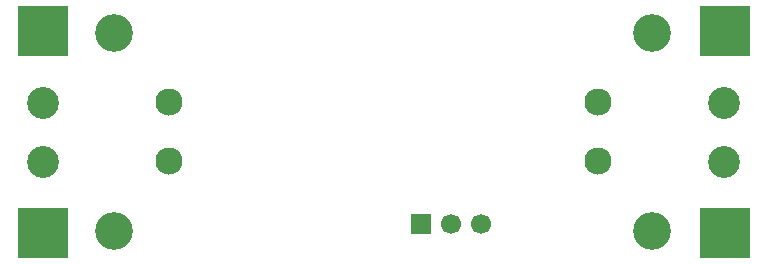
<source format=gbr>
G04 DipTrace 3.3.1.0*
G04 BottomMask.gbr*
%MOMM*%
G04 #@! TF.FileFunction,Soldermask,Bot*
G04 #@! TF.Part,Single*
%ADD33C,3.2*%
%ADD38C,2.7*%
%ADD39C,2.3*%
%ADD44C,1.7*%
%ADD46R,1.7X1.7*%
%ADD48R,4.2X4.2*%
%FSLAX35Y35*%
G04*
G71*
G90*
G75*
G01*
G04 BotMask*
%LPD*%
D39*
X2308250Y1850150D3*
Y2350150D3*
X5941423Y1851250D3*
Y2351250D3*
D33*
X1841377Y2936750D3*
X1841373Y1254000D3*
X6397503Y2936750D3*
X6397500Y1254000D3*
D48*
X1242950Y2951150D3*
Y1241927D3*
X7014650Y2951150D3*
Y1241927D3*
D46*
X4438850Y1321400D3*
D44*
X4692850D3*
X4946850D3*
D38*
X1242950Y1842577D3*
Y2342577D3*
X7006700D3*
Y1842577D3*
M02*

</source>
